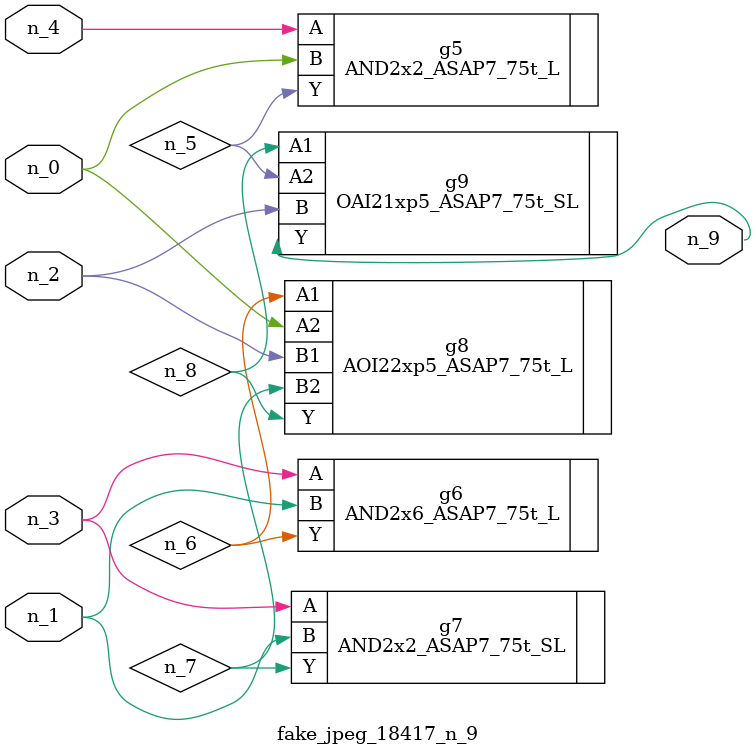
<source format=v>
module fake_jpeg_18417_n_9 (n_3, n_2, n_1, n_0, n_4, n_9);

input n_3;
input n_2;
input n_1;
input n_0;
input n_4;

output n_9;

wire n_8;
wire n_6;
wire n_5;
wire n_7;

AND2x2_ASAP7_75t_L g5 ( 
.A(n_4),
.B(n_0),
.Y(n_5)
);

AND2x6_ASAP7_75t_L g6 ( 
.A(n_3),
.B(n_1),
.Y(n_6)
);

AND2x2_ASAP7_75t_SL g7 ( 
.A(n_3),
.B(n_1),
.Y(n_7)
);

AOI22xp5_ASAP7_75t_L g8 ( 
.A1(n_6),
.A2(n_0),
.B1(n_2),
.B2(n_7),
.Y(n_8)
);

OAI21xp5_ASAP7_75t_SL g9 ( 
.A1(n_8),
.A2(n_5),
.B(n_2),
.Y(n_9)
);


endmodule
</source>
